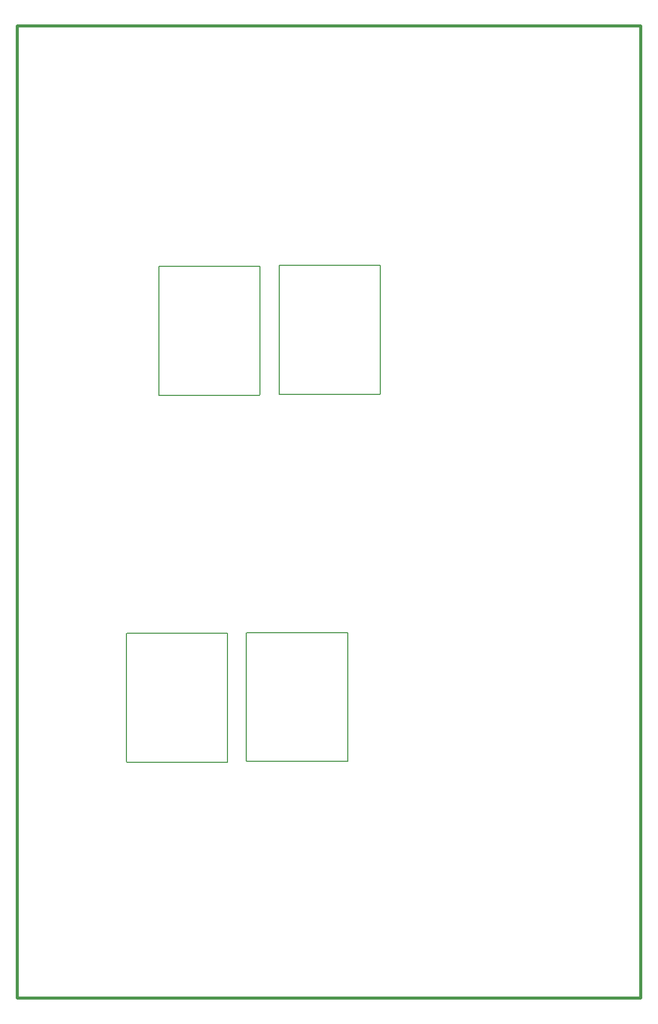
<source format=gko>
G04 Layer_Color=16711935*
%FSLAX25Y25*%
%MOIN*%
G70*
G01*
G75*
%ADD33C,0.01969*%
%ADD56C,0.00787*%
D33*
X208661Y90551D02*
X618110D01*
X208661D02*
Y728346D01*
X618110Y90551D02*
Y728346D01*
X208661D02*
X618110D01*
D56*
X359449Y245748D02*
X425591D01*
X359055Y246142D02*
X359449Y245748D01*
X425591D02*
Y330394D01*
X359449D02*
X425591D01*
X359055Y330000D02*
X359449Y330394D01*
X359055Y246142D02*
Y330000D01*
X380677Y571166D02*
X446819D01*
X447213Y570772D01*
X380677Y486520D02*
Y571166D01*
Y486520D02*
X446819D01*
X447213Y486914D01*
Y570772D01*
X301677Y570666D02*
X367819D01*
X368213Y570272D01*
X301677Y486020D02*
Y570666D01*
Y486020D02*
X367819D01*
X368213Y486414D01*
Y570272D01*
X280709Y245354D02*
X346850D01*
X280315Y245748D02*
X280709Y245354D01*
X346850D02*
Y330000D01*
X280709D02*
X346850D01*
X280315Y329606D02*
X280709Y330000D01*
X280315Y245748D02*
Y329606D01*
M02*

</source>
